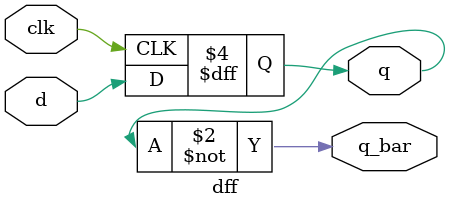
<source format=v>
module dff(
    input wire clk,
    input wire d,
    output reg  q, 
    output wire q_bar
);
    initial q = 1'b0;
    always @(posedge clk) q <= d;
    assign q_bar = ~q;
endmodule

</source>
